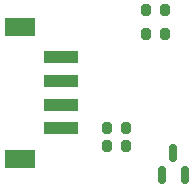
<source format=gbr>
%TF.GenerationSoftware,KiCad,Pcbnew,9.0.3*%
%TF.CreationDate,2025-07-12T02:05:34+02:00*%
%TF.ProjectId,ialed,69616c65-642e-46b6-9963-61645f706362,rev?*%
%TF.SameCoordinates,Original*%
%TF.FileFunction,Paste,Top*%
%TF.FilePolarity,Positive*%
%FSLAX46Y46*%
G04 Gerber Fmt 4.6, Leading zero omitted, Abs format (unit mm)*
G04 Created by KiCad (PCBNEW 9.0.3) date 2025-07-12 02:05:34*
%MOMM*%
%LPD*%
G01*
G04 APERTURE LIST*
G04 Aperture macros list*
%AMRoundRect*
0 Rectangle with rounded corners*
0 $1 Rounding radius*
0 $2 $3 $4 $5 $6 $7 $8 $9 X,Y pos of 4 corners*
0 Add a 4 corners polygon primitive as box body*
4,1,4,$2,$3,$4,$5,$6,$7,$8,$9,$2,$3,0*
0 Add four circle primitives for the rounded corners*
1,1,$1+$1,$2,$3*
1,1,$1+$1,$4,$5*
1,1,$1+$1,$6,$7*
1,1,$1+$1,$8,$9*
0 Add four rect primitives between the rounded corners*
20,1,$1+$1,$2,$3,$4,$5,0*
20,1,$1+$1,$4,$5,$6,$7,0*
20,1,$1+$1,$6,$7,$8,$9,0*
20,1,$1+$1,$8,$9,$2,$3,0*%
G04 Aperture macros list end*
%ADD10RoundRect,0.200000X-0.200000X-0.275000X0.200000X-0.275000X0.200000X0.275000X-0.200000X0.275000X0*%
%ADD11RoundRect,0.200000X0.200000X0.275000X-0.200000X0.275000X-0.200000X-0.275000X0.200000X-0.275000X0*%
%ADD12RoundRect,0.150000X0.150000X-0.587500X0.150000X0.587500X-0.150000X0.587500X-0.150000X-0.587500X0*%
%ADD13R,3.000000X1.000000*%
%ADD14R,2.600000X1.550000*%
G04 APERTURE END LIST*
D10*
%TO.C,R4*%
X13175000Y-3000000D03*
X14825000Y-3000000D03*
%TD*%
D11*
%TO.C,R3*%
X11500000Y-14500000D03*
X9850000Y-14500000D03*
%TD*%
D10*
%TO.C,R2*%
X9850000Y-13000000D03*
X11500000Y-13000000D03*
%TD*%
%TO.C,R1*%
X13175000Y-5000000D03*
X14825000Y-5000000D03*
%TD*%
D12*
%TO.C,Q1*%
X14550000Y-16937500D03*
X16450000Y-16937500D03*
X15500000Y-15062500D03*
%TD*%
D13*
%TO.C,G1*%
X6000000Y-13000000D03*
X6000000Y-11000000D03*
X6000000Y-9000000D03*
X6000000Y-7000000D03*
D14*
X2510840Y-15575000D03*
X2510840Y-4425000D03*
%TD*%
M02*

</source>
